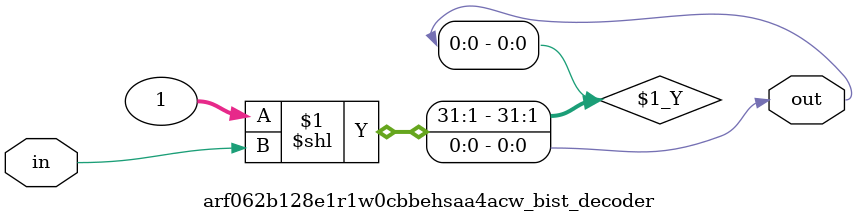
<source format=sv>

`ifndef ARF062B128E1R1W0CBBEHSAA4ACW_BIST_DECODER_SV
`define ARF062B128E1R1W0CBBEHSAA4ACW_BIST_DECODER_SV

module arf062b128e1r1w0cbbehsaa4acw_bist_decoder # (
  parameter IN_WIDTH  = 1,
  parameter OUT_WIDTH = 1
)
(
  input  logic [IN_WIDTH-1:0]  in,
  output logic [OUT_WIDTH-1:0] out
);
  
  assign out = 'b1 << in;

endmodule // arf062b128e1r1w0cbbehsaa4acw_bist_decoder

`endif // ARF062B128E1R1W0CBBEHSAA4ACW_BIST_DECODER_SV
</source>
